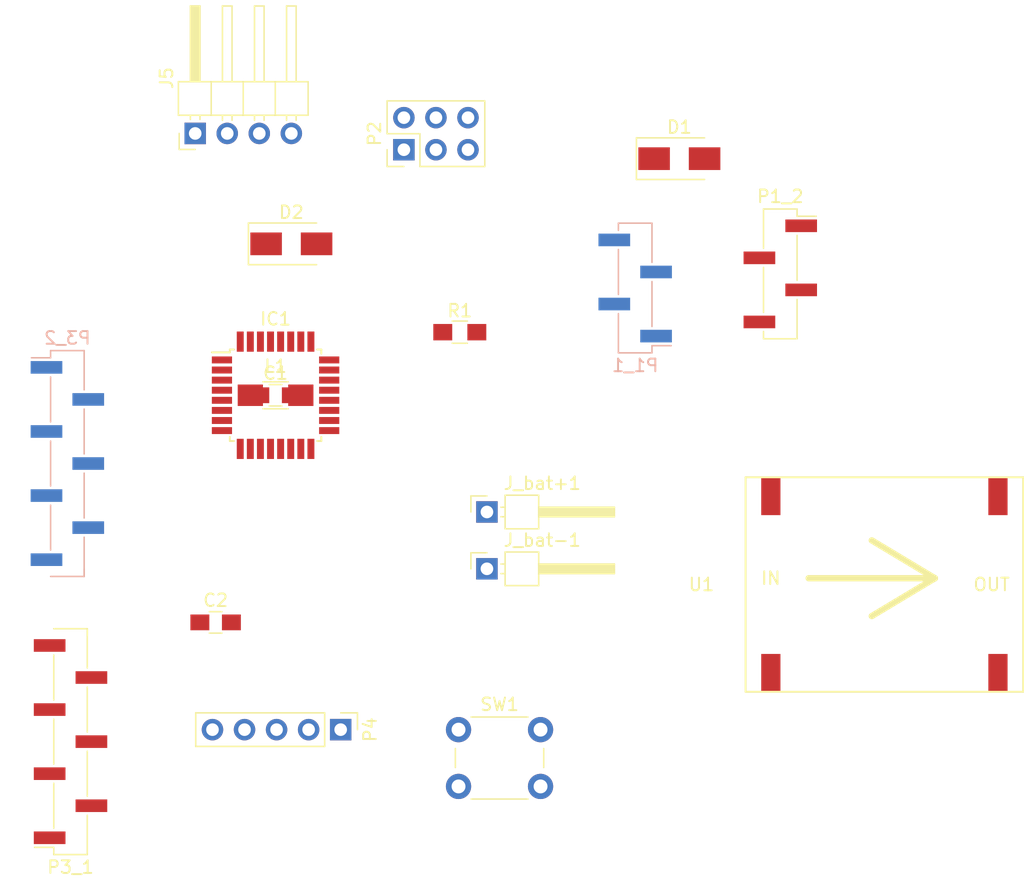
<source format=kicad_pcb>
(kicad_pcb (version 4) (host pcbnew 4.0.7)

  (general
    (links 58)
    (no_connects 57)
    (area 0 0 0 0)
    (thickness 1.6)
    (drawings 0)
    (tracks 0)
    (zones 0)
    (modules 18)
    (nets 34)
  )

  (page A4)
  (layers
    (0 F.Cu signal)
    (31 B.Cu signal)
    (32 B.Adhes user)
    (33 F.Adhes user)
    (34 B.Paste user)
    (35 F.Paste user)
    (36 B.SilkS user)
    (37 F.SilkS user)
    (38 B.Mask user)
    (39 F.Mask user)
    (40 Dwgs.User user)
    (41 Cmts.User user)
    (42 Eco1.User user)
    (43 Eco2.User user)
    (44 Edge.Cuts user)
    (45 Margin user)
    (46 B.CrtYd user)
    (47 F.CrtYd user)
    (48 B.Fab user)
    (49 F.Fab user)
  )

  (setup
    (last_trace_width 0.25)
    (trace_clearance 0.2)
    (zone_clearance 0.508)
    (zone_45_only no)
    (trace_min 0.2)
    (segment_width 0.2)
    (edge_width 0.15)
    (via_size 0.6)
    (via_drill 0.4)
    (via_min_size 0.4)
    (via_min_drill 0.3)
    (uvia_size 0.3)
    (uvia_drill 0.1)
    (uvias_allowed no)
    (uvia_min_size 0.2)
    (uvia_min_drill 0.1)
    (pcb_text_width 0.3)
    (pcb_text_size 1.5 1.5)
    (mod_edge_width 0.15)
    (mod_text_size 1 1)
    (mod_text_width 0.15)
    (pad_size 1.524 1.524)
    (pad_drill 0.762)
    (pad_to_mask_clearance 0.2)
    (aux_axis_origin 0 0)
    (visible_elements FFFFFF7F)
    (pcbplotparams
      (layerselection 0x00030_80000001)
      (usegerberextensions false)
      (excludeedgelayer true)
      (linewidth 0.100000)
      (plotframeref false)
      (viasonmask false)
      (mode 1)
      (useauxorigin false)
      (hpglpennumber 1)
      (hpglpenspeed 20)
      (hpglpendiameter 15)
      (hpglpenoverlay 2)
      (psnegative false)
      (psa4output false)
      (plotreference true)
      (plotvalue true)
      (plotinvisibletext false)
      (padsonsilk false)
      (subtractmaskfromsilk false)
      (outputformat 1)
      (mirror false)
      (drillshape 1)
      (scaleselection 1)
      (outputdirectory ""))
  )

  (net 0 "")
  (net 1 /MCU_RESET)
  (net 2 /DTR)
  (net 3 VCC)
  (net 4 /VCC_ISP)
  (net 5 /VCC_SER)
  (net 6 /I2C_SDA)
  (net 7 /I2C_SCL)
  (net 8 GND)
  (net 9 "Net-(J_bat+1-Pad1)")
  (net 10 /GPIO_PB0)
  (net 11 /ISP_SCK)
  (net 12 /ISP_MOSI)
  (net 13 /GPIO_PB1)
  (net 14 /ISP_MISO)
  (net 15 /GPIO_PD2_INT0)
  (net 16 /ADC7)
  (net 17 /GPIO_PB7)
  (net 18 /GPIO_PD6)
  (net 19 /GPIO_PD5)
  (net 20 /GPIO_PD4)
  (net 21 /ADC6)
  (net 22 /GPIO_PC3)
  (net 23 /GPIO_PC2)
  (net 24 "Net-(P3_2-Pad3)")
  (net 25 /ADC0)
  (net 26 /ADC1)
  (net 27 /TXD)
  (net 28 /RXD)
  (net 29 "Net-(C1-Pad1)")
  (net 30 /GPIO_PD3_INT1)
  (net 31 /GPIO_PB6)
  (net 32 /GPIO_PD7)
  (net 33 /SPI_SS)

  (net_class Default "This is the default net class."
    (clearance 0.2)
    (trace_width 0.25)
    (via_dia 0.6)
    (via_drill 0.4)
    (uvia_dia 0.3)
    (uvia_drill 0.1)
    (add_net /ADC0)
    (add_net /ADC1)
    (add_net /ADC6)
    (add_net /ADC7)
    (add_net /DTR)
    (add_net /GPIO_PB0)
    (add_net /GPIO_PB1)
    (add_net /GPIO_PB6)
    (add_net /GPIO_PB7)
    (add_net /GPIO_PC2)
    (add_net /GPIO_PC3)
    (add_net /GPIO_PD2_INT0)
    (add_net /GPIO_PD3_INT1)
    (add_net /GPIO_PD4)
    (add_net /GPIO_PD5)
    (add_net /GPIO_PD6)
    (add_net /GPIO_PD7)
    (add_net /I2C_SCL)
    (add_net /I2C_SDA)
    (add_net /ISP_MISO)
    (add_net /ISP_MOSI)
    (add_net /ISP_SCK)
    (add_net /MCU_RESET)
    (add_net /RXD)
    (add_net /SPI_SS)
    (add_net /TXD)
    (add_net /VCC_ISP)
    (add_net /VCC_SER)
    (add_net GND)
    (add_net "Net-(C1-Pad1)")
    (add_net "Net-(J_bat+1-Pad1)")
    (add_net "Net-(P3_2-Pad3)")
    (add_net VCC)
  )

  (module Capacitors_SMD:C_0805_HandSoldering (layer F.Cu) (tedit 58AA84A8) (tstamp 5A08251F)
    (at 127 109.25)
    (descr "Capacitor SMD 0805, hand soldering")
    (tags "capacitor 0805")
    (path /59FCCF6B)
    (attr smd)
    (fp_text reference C2 (at 0 -1.75) (layer F.SilkS)
      (effects (font (size 1 1) (thickness 0.15)))
    )
    (fp_text value 0.1uF (at 0 1.75) (layer F.Fab)
      (effects (font (size 1 1) (thickness 0.15)))
    )
    (fp_text user %R (at 0 -1.75) (layer F.Fab)
      (effects (font (size 1 1) (thickness 0.15)))
    )
    (fp_line (start -1 0.62) (end -1 -0.62) (layer F.Fab) (width 0.1))
    (fp_line (start 1 0.62) (end -1 0.62) (layer F.Fab) (width 0.1))
    (fp_line (start 1 -0.62) (end 1 0.62) (layer F.Fab) (width 0.1))
    (fp_line (start -1 -0.62) (end 1 -0.62) (layer F.Fab) (width 0.1))
    (fp_line (start 0.5 -0.85) (end -0.5 -0.85) (layer F.SilkS) (width 0.12))
    (fp_line (start -0.5 0.85) (end 0.5 0.85) (layer F.SilkS) (width 0.12))
    (fp_line (start -2.25 -0.88) (end 2.25 -0.88) (layer F.CrtYd) (width 0.05))
    (fp_line (start -2.25 -0.88) (end -2.25 0.87) (layer F.CrtYd) (width 0.05))
    (fp_line (start 2.25 0.87) (end 2.25 -0.88) (layer F.CrtYd) (width 0.05))
    (fp_line (start 2.25 0.87) (end -2.25 0.87) (layer F.CrtYd) (width 0.05))
    (pad 1 smd rect (at -1.25 0) (size 1.5 1.25) (layers F.Cu F.Paste F.Mask)
      (net 1 /MCU_RESET))
    (pad 2 smd rect (at 1.25 0) (size 1.5 1.25) (layers F.Cu F.Paste F.Mask)
      (net 2 /DTR))
    (model Capacitors_SMD.3dshapes/C_0805.wrl
      (at (xyz 0 0 0))
      (scale (xyz 1 1 1))
      (rotate (xyz 0 0 0))
    )
  )

  (module Pin_Headers:Pin_Header_Angled_1x04_Pitch2.54mm (layer F.Cu) (tedit 59650532) (tstamp 5A08259C)
    (at 125.38 70.5 90)
    (descr "Through hole angled pin header, 1x04, 2.54mm pitch, 6mm pin length, single row")
    (tags "Through hole angled pin header THT 1x04 2.54mm single row")
    (path /59FCED03)
    (fp_text reference J5 (at 4.385 -2.27 90) (layer F.SilkS)
      (effects (font (size 1 1) (thickness 0.15)))
    )
    (fp_text value Conn_DISP (at 4.385 9.89 90) (layer F.Fab)
      (effects (font (size 1 1) (thickness 0.15)))
    )
    (fp_line (start 2.135 -1.27) (end 4.04 -1.27) (layer F.Fab) (width 0.1))
    (fp_line (start 4.04 -1.27) (end 4.04 8.89) (layer F.Fab) (width 0.1))
    (fp_line (start 4.04 8.89) (end 1.5 8.89) (layer F.Fab) (width 0.1))
    (fp_line (start 1.5 8.89) (end 1.5 -0.635) (layer F.Fab) (width 0.1))
    (fp_line (start 1.5 -0.635) (end 2.135 -1.27) (layer F.Fab) (width 0.1))
    (fp_line (start -0.32 -0.32) (end 1.5 -0.32) (layer F.Fab) (width 0.1))
    (fp_line (start -0.32 -0.32) (end -0.32 0.32) (layer F.Fab) (width 0.1))
    (fp_line (start -0.32 0.32) (end 1.5 0.32) (layer F.Fab) (width 0.1))
    (fp_line (start 4.04 -0.32) (end 10.04 -0.32) (layer F.Fab) (width 0.1))
    (fp_line (start 10.04 -0.32) (end 10.04 0.32) (layer F.Fab) (width 0.1))
    (fp_line (start 4.04 0.32) (end 10.04 0.32) (layer F.Fab) (width 0.1))
    (fp_line (start -0.32 2.22) (end 1.5 2.22) (layer F.Fab) (width 0.1))
    (fp_line (start -0.32 2.22) (end -0.32 2.86) (layer F.Fab) (width 0.1))
    (fp_line (start -0.32 2.86) (end 1.5 2.86) (layer F.Fab) (width 0.1))
    (fp_line (start 4.04 2.22) (end 10.04 2.22) (layer F.Fab) (width 0.1))
    (fp_line (start 10.04 2.22) (end 10.04 2.86) (layer F.Fab) (width 0.1))
    (fp_line (start 4.04 2.86) (end 10.04 2.86) (layer F.Fab) (width 0.1))
    (fp_line (start -0.32 4.76) (end 1.5 4.76) (layer F.Fab) (width 0.1))
    (fp_line (start -0.32 4.76) (end -0.32 5.4) (layer F.Fab) (width 0.1))
    (fp_line (start -0.32 5.4) (end 1.5 5.4) (layer F.Fab) (width 0.1))
    (fp_line (start 4.04 4.76) (end 10.04 4.76) (layer F.Fab) (width 0.1))
    (fp_line (start 10.04 4.76) (end 10.04 5.4) (layer F.Fab) (width 0.1))
    (fp_line (start 4.04 5.4) (end 10.04 5.4) (layer F.Fab) (width 0.1))
    (fp_line (start -0.32 7.3) (end 1.5 7.3) (layer F.Fab) (width 0.1))
    (fp_line (start -0.32 7.3) (end -0.32 7.94) (layer F.Fab) (width 0.1))
    (fp_line (start -0.32 7.94) (end 1.5 7.94) (layer F.Fab) (width 0.1))
    (fp_line (start 4.04 7.3) (end 10.04 7.3) (layer F.Fab) (width 0.1))
    (fp_line (start 10.04 7.3) (end 10.04 7.94) (layer F.Fab) (width 0.1))
    (fp_line (start 4.04 7.94) (end 10.04 7.94) (layer F.Fab) (width 0.1))
    (fp_line (start 1.44 -1.33) (end 1.44 8.95) (layer F.SilkS) (width 0.12))
    (fp_line (start 1.44 8.95) (end 4.1 8.95) (layer F.SilkS) (width 0.12))
    (fp_line (start 4.1 8.95) (end 4.1 -1.33) (layer F.SilkS) (width 0.12))
    (fp_line (start 4.1 -1.33) (end 1.44 -1.33) (layer F.SilkS) (width 0.12))
    (fp_line (start 4.1 -0.38) (end 10.1 -0.38) (layer F.SilkS) (width 0.12))
    (fp_line (start 10.1 -0.38) (end 10.1 0.38) (layer F.SilkS) (width 0.12))
    (fp_line (start 10.1 0.38) (end 4.1 0.38) (layer F.SilkS) (width 0.12))
    (fp_line (start 4.1 -0.32) (end 10.1 -0.32) (layer F.SilkS) (width 0.12))
    (fp_line (start 4.1 -0.2) (end 10.1 -0.2) (layer F.SilkS) (width 0.12))
    (fp_line (start 4.1 -0.08) (end 10.1 -0.08) (layer F.SilkS) (width 0.12))
    (fp_line (start 4.1 0.04) (end 10.1 0.04) (layer F.SilkS) (width 0.12))
    (fp_line (start 4.1 0.16) (end 10.1 0.16) (layer F.SilkS) (width 0.12))
    (fp_line (start 4.1 0.28) (end 10.1 0.28) (layer F.SilkS) (width 0.12))
    (fp_line (start 1.11 -0.38) (end 1.44 -0.38) (layer F.SilkS) (width 0.12))
    (fp_line (start 1.11 0.38) (end 1.44 0.38) (layer F.SilkS) (width 0.12))
    (fp_line (start 1.44 1.27) (end 4.1 1.27) (layer F.SilkS) (width 0.12))
    (fp_line (start 4.1 2.16) (end 10.1 2.16) (layer F.SilkS) (width 0.12))
    (fp_line (start 10.1 2.16) (end 10.1 2.92) (layer F.SilkS) (width 0.12))
    (fp_line (start 10.1 2.92) (end 4.1 2.92) (layer F.SilkS) (width 0.12))
    (fp_line (start 1.042929 2.16) (end 1.44 2.16) (layer F.SilkS) (width 0.12))
    (fp_line (start 1.042929 2.92) (end 1.44 2.92) (layer F.SilkS) (width 0.12))
    (fp_line (start 1.44 3.81) (end 4.1 3.81) (layer F.SilkS) (width 0.12))
    (fp_line (start 4.1 4.7) (end 10.1 4.7) (layer F.SilkS) (width 0.12))
    (fp_line (start 10.1 4.7) (end 10.1 5.46) (layer F.SilkS) (width 0.12))
    (fp_line (start 10.1 5.46) (end 4.1 5.46) (layer F.SilkS) (width 0.12))
    (fp_line (start 1.042929 4.7) (end 1.44 4.7) (layer F.SilkS) (width 0.12))
    (fp_line (start 1.042929 5.46) (end 1.44 5.46) (layer F.SilkS) (width 0.12))
    (fp_line (start 1.44 6.35) (end 4.1 6.35) (layer F.SilkS) (width 0.12))
    (fp_line (start 4.1 7.24) (end 10.1 7.24) (layer F.SilkS) (width 0.12))
    (fp_line (start 10.1 7.24) (end 10.1 8) (layer F.SilkS) (width 0.12))
    (fp_line (start 10.1 8) (end 4.1 8) (layer F.SilkS) (width 0.12))
    (fp_line (start 1.042929 7.24) (end 1.44 7.24) (layer F.SilkS) (width 0.12))
    (fp_line (start 1.042929 8) (end 1.44 8) (layer F.SilkS) (width 0.12))
    (fp_line (start -1.27 0) (end -1.27 -1.27) (layer F.SilkS) (width 0.12))
    (fp_line (start -1.27 -1.27) (end 0 -1.27) (layer F.SilkS) (width 0.12))
    (fp_line (start -1.8 -1.8) (end -1.8 9.4) (layer F.CrtYd) (width 0.05))
    (fp_line (start -1.8 9.4) (end 10.55 9.4) (layer F.CrtYd) (width 0.05))
    (fp_line (start 10.55 9.4) (end 10.55 -1.8) (layer F.CrtYd) (width 0.05))
    (fp_line (start 10.55 -1.8) (end -1.8 -1.8) (layer F.CrtYd) (width 0.05))
    (fp_text user %R (at 2.77 3.81 180) (layer F.Fab)
      (effects (font (size 1 1) (thickness 0.15)))
    )
    (pad 1 thru_hole rect (at 0 0 90) (size 1.7 1.7) (drill 1) (layers *.Cu *.Mask)
      (net 3 VCC))
    (pad 2 thru_hole oval (at 0 2.54 90) (size 1.7 1.7) (drill 1) (layers *.Cu *.Mask)
      (net 6 /I2C_SDA))
    (pad 3 thru_hole oval (at 0 5.08 90) (size 1.7 1.7) (drill 1) (layers *.Cu *.Mask)
      (net 7 /I2C_SCL))
    (pad 4 thru_hole oval (at 0 7.62 90) (size 1.7 1.7) (drill 1) (layers *.Cu *.Mask)
      (net 8 GND))
    (model ${KISYS3DMOD}/Pin_Headers.3dshapes/Pin_Header_Angled_1x04_Pitch2.54mm.wrl
      (at (xyz 0 0 0))
      (scale (xyz 1 1 1))
      (rotate (xyz 0 0 0))
    )
  )

  (module Pin_Headers:Pin_Header_Angled_1x01_Pitch2.54mm (layer F.Cu) (tedit 59650532) (tstamp 5A0825C2)
    (at 148.5011 100.5)
    (descr "Through hole angled pin header, 1x01, 2.54mm pitch, 6mm pin length, single row")
    (tags "Through hole angled pin header THT 1x01 2.54mm single row")
    (path /59FC62E7)
    (fp_text reference J_bat+1 (at 4.385 -2.27) (layer F.SilkS)
      (effects (font (size 1 1) (thickness 0.15)))
    )
    (fp_text value Conn_01x01 (at 4.385 2.27) (layer F.Fab)
      (effects (font (size 1 1) (thickness 0.15)))
    )
    (fp_line (start 2.135 -1.27) (end 4.04 -1.27) (layer F.Fab) (width 0.1))
    (fp_line (start 4.04 -1.27) (end 4.04 1.27) (layer F.Fab) (width 0.1))
    (fp_line (start 4.04 1.27) (end 1.5 1.27) (layer F.Fab) (width 0.1))
    (fp_line (start 1.5 1.27) (end 1.5 -0.635) (layer F.Fab) (width 0.1))
    (fp_line (start 1.5 -0.635) (end 2.135 -1.27) (layer F.Fab) (width 0.1))
    (fp_line (start -0.32 -0.32) (end 1.5 -0.32) (layer F.Fab) (width 0.1))
    (fp_line (start -0.32 -0.32) (end -0.32 0.32) (layer F.Fab) (width 0.1))
    (fp_line (start -0.32 0.32) (end 1.5 0.32) (layer F.Fab) (width 0.1))
    (fp_line (start 4.04 -0.32) (end 10.04 -0.32) (layer F.Fab) (width 0.1))
    (fp_line (start 10.04 -0.32) (end 10.04 0.32) (layer F.Fab) (width 0.1))
    (fp_line (start 4.04 0.32) (end 10.04 0.32) (layer F.Fab) (width 0.1))
    (fp_line (start 1.44 -1.33) (end 1.44 1.33) (layer F.SilkS) (width 0.12))
    (fp_line (start 1.44 1.33) (end 4.1 1.33) (layer F.SilkS) (width 0.12))
    (fp_line (start 4.1 1.33) (end 4.1 -1.33) (layer F.SilkS) (width 0.12))
    (fp_line (start 4.1 -1.33) (end 1.44 -1.33) (layer F.SilkS) (width 0.12))
    (fp_line (start 4.1 -0.38) (end 10.1 -0.38) (layer F.SilkS) (width 0.12))
    (fp_line (start 10.1 -0.38) (end 10.1 0.38) (layer F.SilkS) (width 0.12))
    (fp_line (start 10.1 0.38) (end 4.1 0.38) (layer F.SilkS) (width 0.12))
    (fp_line (start 4.1 -0.32) (end 10.1 -0.32) (layer F.SilkS) (width 0.12))
    (fp_line (start 4.1 -0.2) (end 10.1 -0.2) (layer F.SilkS) (width 0.12))
    (fp_line (start 4.1 -0.08) (end 10.1 -0.08) (layer F.SilkS) (width 0.12))
    (fp_line (start 4.1 0.04) (end 10.1 0.04) (layer F.SilkS) (width 0.12))
    (fp_line (start 4.1 0.16) (end 10.1 0.16) (layer F.SilkS) (width 0.12))
    (fp_line (start 4.1 0.28) (end 10.1 0.28) (layer F.SilkS) (width 0.12))
    (fp_line (start 1.11 -0.38) (end 1.44 -0.38) (layer F.SilkS) (width 0.12))
    (fp_line (start 1.11 0.38) (end 1.44 0.38) (layer F.SilkS) (width 0.12))
    (fp_line (start -1.27 0) (end -1.27 -1.27) (layer F.SilkS) (width 0.12))
    (fp_line (start -1.27 -1.27) (end 0 -1.27) (layer F.SilkS) (width 0.12))
    (fp_line (start -1.8 -1.8) (end -1.8 1.8) (layer F.CrtYd) (width 0.05))
    (fp_line (start -1.8 1.8) (end 10.55 1.8) (layer F.CrtYd) (width 0.05))
    (fp_line (start 10.55 1.8) (end 10.55 -1.8) (layer F.CrtYd) (width 0.05))
    (fp_line (start 10.55 -1.8) (end -1.8 -1.8) (layer F.CrtYd) (width 0.05))
    (fp_text user %R (at 2.77 0 90) (layer F.Fab)
      (effects (font (size 1 1) (thickness 0.15)))
    )
    (pad 1 thru_hole rect (at 0 0) (size 1.7 1.7) (drill 1) (layers *.Cu *.Mask)
      (net 9 "Net-(J_bat+1-Pad1)"))
    (model ${KISYS3DMOD}/Pin_Headers.3dshapes/Pin_Header_Angled_1x01_Pitch2.54mm.wrl
      (at (xyz 0 0 0))
      (scale (xyz 1 1 1))
      (rotate (xyz 0 0 0))
    )
  )

  (module Pin_Headers:Pin_Header_Angled_1x01_Pitch2.54mm (layer F.Cu) (tedit 59650532) (tstamp 5A0825E8)
    (at 148.5011 105.0036)
    (descr "Through hole angled pin header, 1x01, 2.54mm pitch, 6mm pin length, single row")
    (tags "Through hole angled pin header THT 1x01 2.54mm single row")
    (path /59FC6DCB)
    (fp_text reference J_bat-1 (at 4.385 -2.27) (layer F.SilkS)
      (effects (font (size 1 1) (thickness 0.15)))
    )
    (fp_text value Conn_01x01 (at 4.385 2.27) (layer F.Fab)
      (effects (font (size 1 1) (thickness 0.15)))
    )
    (fp_line (start 2.135 -1.27) (end 4.04 -1.27) (layer F.Fab) (width 0.1))
    (fp_line (start 4.04 -1.27) (end 4.04 1.27) (layer F.Fab) (width 0.1))
    (fp_line (start 4.04 1.27) (end 1.5 1.27) (layer F.Fab) (width 0.1))
    (fp_line (start 1.5 1.27) (end 1.5 -0.635) (layer F.Fab) (width 0.1))
    (fp_line (start 1.5 -0.635) (end 2.135 -1.27) (layer F.Fab) (width 0.1))
    (fp_line (start -0.32 -0.32) (end 1.5 -0.32) (layer F.Fab) (width 0.1))
    (fp_line (start -0.32 -0.32) (end -0.32 0.32) (layer F.Fab) (width 0.1))
    (fp_line (start -0.32 0.32) (end 1.5 0.32) (layer F.Fab) (width 0.1))
    (fp_line (start 4.04 -0.32) (end 10.04 -0.32) (layer F.Fab) (width 0.1))
    (fp_line (start 10.04 -0.32) (end 10.04 0.32) (layer F.Fab) (width 0.1))
    (fp_line (start 4.04 0.32) (end 10.04 0.32) (layer F.Fab) (width 0.1))
    (fp_line (start 1.44 -1.33) (end 1.44 1.33) (layer F.SilkS) (width 0.12))
    (fp_line (start 1.44 1.33) (end 4.1 1.33) (layer F.SilkS) (width 0.12))
    (fp_line (start 4.1 1.33) (end 4.1 -1.33) (layer F.SilkS) (width 0.12))
    (fp_line (start 4.1 -1.33) (end 1.44 -1.33) (layer F.SilkS) (width 0.12))
    (fp_line (start 4.1 -0.38) (end 10.1 -0.38) (layer F.SilkS) (width 0.12))
    (fp_line (start 10.1 -0.38) (end 10.1 0.38) (layer F.SilkS) (width 0.12))
    (fp_line (start 10.1 0.38) (end 4.1 0.38) (layer F.SilkS) (width 0.12))
    (fp_line (start 4.1 -0.32) (end 10.1 -0.32) (layer F.SilkS) (width 0.12))
    (fp_line (start 4.1 -0.2) (end 10.1 -0.2) (layer F.SilkS) (width 0.12))
    (fp_line (start 4.1 -0.08) (end 10.1 -0.08) (layer F.SilkS) (width 0.12))
    (fp_line (start 4.1 0.04) (end 10.1 0.04) (layer F.SilkS) (width 0.12))
    (fp_line (start 4.1 0.16) (end 10.1 0.16) (layer F.SilkS) (width 0.12))
    (fp_line (start 4.1 0.28) (end 10.1 0.28) (layer F.SilkS) (width 0.12))
    (fp_line (start 1.11 -0.38) (end 1.44 -0.38) (layer F.SilkS) (width 0.12))
    (fp_line (start 1.11 0.38) (end 1.44 0.38) (layer F.SilkS) (width 0.12))
    (fp_line (start -1.27 0) (end -1.27 -1.27) (layer F.SilkS) (width 0.12))
    (fp_line (start -1.27 -1.27) (end 0 -1.27) (layer F.SilkS) (width 0.12))
    (fp_line (start -1.8 -1.8) (end -1.8 1.8) (layer F.CrtYd) (width 0.05))
    (fp_line (start -1.8 1.8) (end 10.55 1.8) (layer F.CrtYd) (width 0.05))
    (fp_line (start 10.55 1.8) (end 10.55 -1.8) (layer F.CrtYd) (width 0.05))
    (fp_line (start 10.55 -1.8) (end -1.8 -1.8) (layer F.CrtYd) (width 0.05))
    (fp_text user %R (at 2.77 0 90) (layer F.Fab)
      (effects (font (size 1 1) (thickness 0.15)))
    )
    (pad 1 thru_hole rect (at 0 0) (size 1.7 1.7) (drill 1) (layers *.Cu *.Mask)
      (net 8 GND))
    (model ${KISYS3DMOD}/Pin_Headers.3dshapes/Pin_Header_Angled_1x01_Pitch2.54mm.wrl
      (at (xyz 0 0 0))
      (scale (xyz 1 1 1))
      (rotate (xyz 0 0 0))
    )
  )

  (module Resistors_SMD:R_0805_HandSoldering (layer F.Cu) (tedit 58E0A804) (tstamp 5A082811)
    (at 146.35 86.25)
    (descr "Resistor SMD 0805, hand soldering")
    (tags "resistor 0805")
    (path /59FCBF82)
    (attr smd)
    (fp_text reference R1 (at 0 -1.7) (layer F.SilkS)
      (effects (font (size 1 1) (thickness 0.15)))
    )
    (fp_text value 10K (at 0 1.75) (layer F.Fab)
      (effects (font (size 1 1) (thickness 0.15)))
    )
    (fp_text user %R (at 0 0) (layer F.Fab)
      (effects (font (size 0.5 0.5) (thickness 0.075)))
    )
    (fp_line (start -1 0.62) (end -1 -0.62) (layer F.Fab) (width 0.1))
    (fp_line (start 1 0.62) (end -1 0.62) (layer F.Fab) (width 0.1))
    (fp_line (start 1 -0.62) (end 1 0.62) (layer F.Fab) (width 0.1))
    (fp_line (start -1 -0.62) (end 1 -0.62) (layer F.Fab) (width 0.1))
    (fp_line (start 0.6 0.88) (end -0.6 0.88) (layer F.SilkS) (width 0.12))
    (fp_line (start -0.6 -0.88) (end 0.6 -0.88) (layer F.SilkS) (width 0.12))
    (fp_line (start -2.35 -0.9) (end 2.35 -0.9) (layer F.CrtYd) (width 0.05))
    (fp_line (start -2.35 -0.9) (end -2.35 0.9) (layer F.CrtYd) (width 0.05))
    (fp_line (start 2.35 0.9) (end 2.35 -0.9) (layer F.CrtYd) (width 0.05))
    (fp_line (start 2.35 0.9) (end -2.35 0.9) (layer F.CrtYd) (width 0.05))
    (pad 1 smd rect (at -1.35 0) (size 1.5 1.3) (layers F.Cu F.Paste F.Mask)
      (net 3 VCC))
    (pad 2 smd rect (at 1.35 0) (size 1.5 1.3) (layers F.Cu F.Paste F.Mask)
      (net 1 /MCU_RESET))
    (model ${KISYS3DMOD}/Resistors_SMD.3dshapes/R_0805.wrl
      (at (xyz 0 0 0))
      (scale (xyz 1 1 1))
      (rotate (xyz 0 0 0))
    )
  )

  (module Buttons_Switches_THT:SW_PUSH_6mm_h13mm (layer F.Cu) (tedit 5923F252) (tstamp 5A082830)
    (at 146.25 117.75)
    (descr "tactile push button, 6x6mm e.g. PHAP33xx series, height=13mm")
    (tags "tact sw push 6mm")
    (path /59FCBDBE)
    (fp_text reference SW1 (at 3.25 -2) (layer F.SilkS)
      (effects (font (size 1 1) (thickness 0.15)))
    )
    (fp_text value SW_DIP_x01 (at 3.75 6.7) (layer F.Fab)
      (effects (font (size 1 1) (thickness 0.15)))
    )
    (fp_text user %R (at 3.25 2.25) (layer F.Fab)
      (effects (font (size 1 1) (thickness 0.15)))
    )
    (fp_line (start 3.25 -0.75) (end 6.25 -0.75) (layer F.Fab) (width 0.1))
    (fp_line (start 6.25 -0.75) (end 6.25 5.25) (layer F.Fab) (width 0.1))
    (fp_line (start 6.25 5.25) (end 0.25 5.25) (layer F.Fab) (width 0.1))
    (fp_line (start 0.25 5.25) (end 0.25 -0.75) (layer F.Fab) (width 0.1))
    (fp_line (start 0.25 -0.75) (end 3.25 -0.75) (layer F.Fab) (width 0.1))
    (fp_line (start 7.75 6) (end 8 6) (layer F.CrtYd) (width 0.05))
    (fp_line (start 8 6) (end 8 5.75) (layer F.CrtYd) (width 0.05))
    (fp_line (start 7.75 -1.5) (end 8 -1.5) (layer F.CrtYd) (width 0.05))
    (fp_line (start 8 -1.5) (end 8 -1.25) (layer F.CrtYd) (width 0.05))
    (fp_line (start -1.5 -1.25) (end -1.5 -1.5) (layer F.CrtYd) (width 0.05))
    (fp_line (start -1.5 -1.5) (end -1.25 -1.5) (layer F.CrtYd) (width 0.05))
    (fp_line (start -1.5 5.75) (end -1.5 6) (layer F.CrtYd) (width 0.05))
    (fp_line (start -1.5 6) (end -1.25 6) (layer F.CrtYd) (width 0.05))
    (fp_line (start -1.25 -1.5) (end 7.75 -1.5) (layer F.CrtYd) (width 0.05))
    (fp_line (start -1.5 5.75) (end -1.5 -1.25) (layer F.CrtYd) (width 0.05))
    (fp_line (start 7.75 6) (end -1.25 6) (layer F.CrtYd) (width 0.05))
    (fp_line (start 8 -1.25) (end 8 5.75) (layer F.CrtYd) (width 0.05))
    (fp_line (start 1 5.5) (end 5.5 5.5) (layer F.SilkS) (width 0.12))
    (fp_line (start -0.25 1.5) (end -0.25 3) (layer F.SilkS) (width 0.12))
    (fp_line (start 5.5 -1) (end 1 -1) (layer F.SilkS) (width 0.12))
    (fp_line (start 6.75 3) (end 6.75 1.5) (layer F.SilkS) (width 0.12))
    (fp_circle (center 3.25 2.25) (end 1.25 2.5) (layer F.Fab) (width 0.1))
    (pad 2 thru_hole circle (at 0 4.5 90) (size 2 2) (drill 1.1) (layers *.Cu *.Mask)
      (net 8 GND))
    (pad 1 thru_hole circle (at 0 0 90) (size 2 2) (drill 1.1) (layers *.Cu *.Mask)
      (net 1 /MCU_RESET))
    (pad 2 thru_hole circle (at 6.5 4.5 90) (size 2 2) (drill 1.1) (layers *.Cu *.Mask)
      (net 8 GND))
    (pad 1 thru_hole circle (at 6.5 0 90) (size 2 2) (drill 1.1) (layers *.Cu *.Mask)
      (net 1 /MCU_RESET))
    (model ${KISYS3DMOD}/Buttons_Switches_THT.3dshapes/SW_PUSH_6mm_h13mm.wrl
      (at (xyz 0.005 0 0))
      (scale (xyz 0.3937 0.3937 0.3937))
      (rotate (xyz 0 0 0))
    )
  )

  (module M88_NRF24_SCH:mp1584_module (layer F.Cu) (tedit 59FC36B8) (tstamp 5A082841)
    (at 169 97.75)
    (path /59FC4BA1)
    (fp_text reference U1 (at -3.5 8.5) (layer F.SilkS)
      (effects (font (size 1 1) (thickness 0.15)))
    )
    (fp_text value mp1584_module (at 0 -6.35) (layer F.Fab)
      (effects (font (size 1 1) (thickness 0.15)))
    )
    (fp_line (start 15 8) (end 10 11) (layer F.SilkS) (width 0.5))
    (fp_line (start 15 8) (end 10 5) (layer F.SilkS) (width 0.5))
    (fp_line (start 5 8) (end 15 8) (layer F.SilkS) (width 0.5))
    (fp_text user OUT (at 19.5 8.5) (layer F.SilkS)
      (effects (font (size 1 1) (thickness 0.15)))
    )
    (fp_text user IN (at 2 8 180) (layer F.SilkS)
      (effects (font (size 1 1) (thickness 0.15)))
    )
    (fp_line (start 0 17) (end 0 0) (layer F.SilkS) (width 0.15))
    (fp_line (start 22 17) (end 0 17) (layer F.SilkS) (width 0.15))
    (fp_line (start 22 0) (end 22 17) (layer F.SilkS) (width 0.15))
    (fp_line (start 0 0) (end 22 0) (layer F.SilkS) (width 0.15))
    (pad 1 smd trapezoid (at 2 1.5) (size 1.524 3) (layers F.Cu F.Paste F.Mask)
      (net 8 GND))
    (pad 2 smd trapezoid (at 2 15.5) (size 1.524 3) (layers F.Cu F.Paste F.Mask)
      (net 9 "Net-(J_bat+1-Pad1)"))
    (pad 3 smd trapezoid (at 20 1.5) (size 1.524 3) (layers F.Cu F.Paste F.Mask)
      (net 8 GND))
    (pad 4 smd trapezoid (at 20 15.5) (size 1.524 3) (layers F.Cu F.Paste F.Mask)
      (net 3 VCC))
  )

  (module Capacitors_SMD:C_0805_HandSoldering (layer F.Cu) (tedit 58AA84A8) (tstamp 5A08AEB6)
    (at 131.75 91.25)
    (descr "Capacitor SMD 0805, hand soldering")
    (tags "capacitor 0805")
    (path /59FC7EE2)
    (attr smd)
    (fp_text reference C1 (at 0 -1.75) (layer F.SilkS)
      (effects (font (size 1 1) (thickness 0.15)))
    )
    (fp_text value 100nF (at 0 1.75) (layer F.Fab)
      (effects (font (size 1 1) (thickness 0.15)))
    )
    (fp_text user %R (at 0 -1.75) (layer F.Fab)
      (effects (font (size 1 1) (thickness 0.15)))
    )
    (fp_line (start -1 0.62) (end -1 -0.62) (layer F.Fab) (width 0.1))
    (fp_line (start 1 0.62) (end -1 0.62) (layer F.Fab) (width 0.1))
    (fp_line (start 1 -0.62) (end 1 0.62) (layer F.Fab) (width 0.1))
    (fp_line (start -1 -0.62) (end 1 -0.62) (layer F.Fab) (width 0.1))
    (fp_line (start 0.5 -0.85) (end -0.5 -0.85) (layer F.SilkS) (width 0.12))
    (fp_line (start -0.5 0.85) (end 0.5 0.85) (layer F.SilkS) (width 0.12))
    (fp_line (start -2.25 -0.88) (end 2.25 -0.88) (layer F.CrtYd) (width 0.05))
    (fp_line (start -2.25 -0.88) (end -2.25 0.87) (layer F.CrtYd) (width 0.05))
    (fp_line (start 2.25 0.87) (end 2.25 -0.88) (layer F.CrtYd) (width 0.05))
    (fp_line (start 2.25 0.87) (end -2.25 0.87) (layer F.CrtYd) (width 0.05))
    (pad 1 smd rect (at -1.25 0) (size 1.5 1.25) (layers F.Cu F.Paste F.Mask)
      (net 29 "Net-(C1-Pad1)"))
    (pad 2 smd rect (at 1.25 0) (size 1.5 1.25) (layers F.Cu F.Paste F.Mask)
      (net 8 GND))
    (model Capacitors_SMD.3dshapes/C_0805.wrl
      (at (xyz 0 0 0))
      (scale (xyz 1 1 1))
      (rotate (xyz 0 0 0))
    )
  )

  (module Inductors_SMD:L_1206_HandSoldering (layer F.Cu) (tedit 58307C0D) (tstamp 5A08AEC7)
    (at 131.75 91.25)
    (descr "Resistor SMD 1206, hand soldering")
    (tags "resistor 1206")
    (path /59FC7E9B)
    (attr smd)
    (fp_text reference L1 (at 0 -2.3) (layer F.SilkS)
      (effects (font (size 1 1) (thickness 0.15)))
    )
    (fp_text value 10uH (at 0 2.3) (layer F.Fab)
      (effects (font (size 1 1) (thickness 0.15)))
    )
    (fp_text user %R (at 0 0) (layer F.Fab)
      (effects (font (size 0.5 0.5) (thickness 0.075)))
    )
    (fp_line (start -1.6 0.8) (end -1.6 -0.8) (layer F.Fab) (width 0.1))
    (fp_line (start 1.6 0.8) (end -1.6 0.8) (layer F.Fab) (width 0.1))
    (fp_line (start 1.6 -0.8) (end 1.6 0.8) (layer F.Fab) (width 0.1))
    (fp_line (start -1.6 -0.8) (end 1.6 -0.8) (layer F.Fab) (width 0.1))
    (fp_line (start -3.3 -1.2) (end 3.3 -1.2) (layer F.CrtYd) (width 0.05))
    (fp_line (start -3.3 1.2) (end 3.3 1.2) (layer F.CrtYd) (width 0.05))
    (fp_line (start -3.3 -1.2) (end -3.3 1.2) (layer F.CrtYd) (width 0.05))
    (fp_line (start 3.3 -1.2) (end 3.3 1.2) (layer F.CrtYd) (width 0.05))
    (fp_line (start 1 1.07) (end -1 1.07) (layer F.SilkS) (width 0.12))
    (fp_line (start -1 -1.07) (end 1 -1.07) (layer F.SilkS) (width 0.12))
    (pad 1 smd rect (at -2 0) (size 2 1.7) (layers F.Cu F.Paste F.Mask)
      (net 29 "Net-(C1-Pad1)"))
    (pad 2 smd rect (at 2 0) (size 2 1.7) (layers F.Cu F.Paste F.Mask)
      (net 3 VCC))
    (model ${KISYS3DMOD}/Inductors_SMD.3dshapes/L_1206.wrl
      (at (xyz 0 0 0))
      (scale (xyz 1 1 1))
      (rotate (xyz 0 0 0))
    )
  )

  (module Housings_QFP:TQFP-32_7x7mm_Pitch0.8mm (layer F.Cu) (tedit 58CC9A48) (tstamp 5A08DFBA)
    (at 131.75 91.25)
    (descr "32-Lead Plastic Thin Quad Flatpack (PT) - 7x7x1.0 mm Body, 2.00 mm [TQFP] (see Microchip Packaging Specification 00000049BS.pdf)")
    (tags "QFP 0.8")
    (path /59F9ED72)
    (attr smd)
    (fp_text reference IC1 (at 0 -6.05) (layer F.SilkS)
      (effects (font (size 1 1) (thickness 0.15)))
    )
    (fp_text value ATMEGA88-A (at 0 6.05) (layer F.Fab)
      (effects (font (size 1 1) (thickness 0.15)))
    )
    (fp_text user %R (at 0 0) (layer F.Fab)
      (effects (font (size 1 1) (thickness 0.15)))
    )
    (fp_line (start -2.5 -3.5) (end 3.5 -3.5) (layer F.Fab) (width 0.15))
    (fp_line (start 3.5 -3.5) (end 3.5 3.5) (layer F.Fab) (width 0.15))
    (fp_line (start 3.5 3.5) (end -3.5 3.5) (layer F.Fab) (width 0.15))
    (fp_line (start -3.5 3.5) (end -3.5 -2.5) (layer F.Fab) (width 0.15))
    (fp_line (start -3.5 -2.5) (end -2.5 -3.5) (layer F.Fab) (width 0.15))
    (fp_line (start -5.3 -5.3) (end -5.3 5.3) (layer F.CrtYd) (width 0.05))
    (fp_line (start 5.3 -5.3) (end 5.3 5.3) (layer F.CrtYd) (width 0.05))
    (fp_line (start -5.3 -5.3) (end 5.3 -5.3) (layer F.CrtYd) (width 0.05))
    (fp_line (start -5.3 5.3) (end 5.3 5.3) (layer F.CrtYd) (width 0.05))
    (fp_line (start -3.625 -3.625) (end -3.625 -3.4) (layer F.SilkS) (width 0.15))
    (fp_line (start 3.625 -3.625) (end 3.625 -3.3) (layer F.SilkS) (width 0.15))
    (fp_line (start 3.625 3.625) (end 3.625 3.3) (layer F.SilkS) (width 0.15))
    (fp_line (start -3.625 3.625) (end -3.625 3.3) (layer F.SilkS) (width 0.15))
    (fp_line (start -3.625 -3.625) (end -3.3 -3.625) (layer F.SilkS) (width 0.15))
    (fp_line (start -3.625 3.625) (end -3.3 3.625) (layer F.SilkS) (width 0.15))
    (fp_line (start 3.625 3.625) (end 3.3 3.625) (layer F.SilkS) (width 0.15))
    (fp_line (start 3.625 -3.625) (end 3.3 -3.625) (layer F.SilkS) (width 0.15))
    (fp_line (start -3.625 -3.4) (end -5.05 -3.4) (layer F.SilkS) (width 0.15))
    (pad 1 smd rect (at -4.25 -2.8) (size 1.6 0.55) (layers F.Cu F.Paste F.Mask)
      (net 30 /GPIO_PD3_INT1))
    (pad 2 smd rect (at -4.25 -2) (size 1.6 0.55) (layers F.Cu F.Paste F.Mask)
      (net 20 /GPIO_PD4))
    (pad 3 smd rect (at -4.25 -1.2) (size 1.6 0.55) (layers F.Cu F.Paste F.Mask)
      (net 8 GND))
    (pad 4 smd rect (at -4.25 -0.4) (size 1.6 0.55) (layers F.Cu F.Paste F.Mask)
      (net 3 VCC))
    (pad 5 smd rect (at -4.25 0.4) (size 1.6 0.55) (layers F.Cu F.Paste F.Mask)
      (net 8 GND))
    (pad 6 smd rect (at -4.25 1.2) (size 1.6 0.55) (layers F.Cu F.Paste F.Mask)
      (net 3 VCC))
    (pad 7 smd rect (at -4.25 2) (size 1.6 0.55) (layers F.Cu F.Paste F.Mask)
      (net 31 /GPIO_PB6))
    (pad 8 smd rect (at -4.25 2.8) (size 1.6 0.55) (layers F.Cu F.Paste F.Mask)
      (net 17 /GPIO_PB7))
    (pad 9 smd rect (at -2.8 4.25 90) (size 1.6 0.55) (layers F.Cu F.Paste F.Mask)
      (net 19 /GPIO_PD5))
    (pad 10 smd rect (at -2 4.25 90) (size 1.6 0.55) (layers F.Cu F.Paste F.Mask)
      (net 18 /GPIO_PD6))
    (pad 11 smd rect (at -1.2 4.25 90) (size 1.6 0.55) (layers F.Cu F.Paste F.Mask)
      (net 32 /GPIO_PD7))
    (pad 12 smd rect (at -0.4 4.25 90) (size 1.6 0.55) (layers F.Cu F.Paste F.Mask)
      (net 10 /GPIO_PB0))
    (pad 13 smd rect (at 0.4 4.25 90) (size 1.6 0.55) (layers F.Cu F.Paste F.Mask)
      (net 13 /GPIO_PB1))
    (pad 14 smd rect (at 1.2 4.25 90) (size 1.6 0.55) (layers F.Cu F.Paste F.Mask)
      (net 33 /SPI_SS))
    (pad 15 smd rect (at 2 4.25 90) (size 1.6 0.55) (layers F.Cu F.Paste F.Mask)
      (net 14 /ISP_MISO))
    (pad 16 smd rect (at 2.8 4.25 90) (size 1.6 0.55) (layers F.Cu F.Paste F.Mask)
      (net 12 /ISP_MOSI))
    (pad 17 smd rect (at 4.25 2.8) (size 1.6 0.55) (layers F.Cu F.Paste F.Mask)
      (net 11 /ISP_SCK))
    (pad 18 smd rect (at 4.25 2) (size 1.6 0.55) (layers F.Cu F.Paste F.Mask)
      (net 29 "Net-(C1-Pad1)"))
    (pad 19 smd rect (at 4.25 1.2) (size 1.6 0.55) (layers F.Cu F.Paste F.Mask)
      (net 21 /ADC6))
    (pad 20 smd rect (at 4.25 0.4) (size 1.6 0.55) (layers F.Cu F.Paste F.Mask)
      (net 29 "Net-(C1-Pad1)"))
    (pad 21 smd rect (at 4.25 -0.4) (size 1.6 0.55) (layers F.Cu F.Paste F.Mask)
      (net 8 GND))
    (pad 22 smd rect (at 4.25 -1.2) (size 1.6 0.55) (layers F.Cu F.Paste F.Mask)
      (net 16 /ADC7))
    (pad 23 smd rect (at 4.25 -2) (size 1.6 0.55) (layers F.Cu F.Paste F.Mask)
      (net 25 /ADC0))
    (pad 24 smd rect (at 4.25 -2.8) (size 1.6 0.55) (layers F.Cu F.Paste F.Mask)
      (net 26 /ADC1))
    (pad 25 smd rect (at 2.8 -4.25 90) (size 1.6 0.55) (layers F.Cu F.Paste F.Mask)
      (net 23 /GPIO_PC2))
    (pad 26 smd rect (at 2 -4.25 90) (size 1.6 0.55) (layers F.Cu F.Paste F.Mask)
      (net 22 /GPIO_PC3))
    (pad 27 smd rect (at 1.2 -4.25 90) (size 1.6 0.55) (layers F.Cu F.Paste F.Mask)
      (net 6 /I2C_SDA))
    (pad 28 smd rect (at 0.4 -4.25 90) (size 1.6 0.55) (layers F.Cu F.Paste F.Mask)
      (net 7 /I2C_SCL))
    (pad 29 smd rect (at -0.4 -4.25 90) (size 1.6 0.55) (layers F.Cu F.Paste F.Mask)
      (net 1 /MCU_RESET))
    (pad 30 smd rect (at -1.2 -4.25 90) (size 1.6 0.55) (layers F.Cu F.Paste F.Mask)
      (net 28 /RXD))
    (pad 31 smd rect (at -2 -4.25 90) (size 1.6 0.55) (layers F.Cu F.Paste F.Mask)
      (net 27 /TXD))
    (pad 32 smd rect (at -2.8 -4.25 90) (size 1.6 0.55) (layers F.Cu F.Paste F.Mask)
      (net 15 /GPIO_PD2_INT0))
    (model ${KISYS3DMOD}/Housings_QFP.3dshapes/TQFP-32_7x7mm_Pitch0.8mm.wrl
      (at (xyz 0 0 0))
      (scale (xyz 1 1 1))
      (rotate (xyz 0 0 0))
    )
  )

  (module Pin_Headers:Pin_Header_Straight_1x04_Pitch2.54mm_SMD_Pin1Right (layer B.Cu) (tedit 59650532) (tstamp 5A11A3D8)
    (at 160.25 82.75)
    (descr "surface-mounted straight pin header, 1x04, 2.54mm pitch, single row, style 2 (pin 1 right)")
    (tags "Surface mounted pin header SMD 1x04 2.54mm single row style2 pin1 right")
    (path /59FA1760)
    (attr smd)
    (fp_text reference P1_1 (at 0 6.14) (layer B.SilkS)
      (effects (font (size 1 1) (thickness 0.15)) (justify mirror))
    )
    (fp_text value NRF_CONN_P1 (at 0 -6.14) (layer B.Fab)
      (effects (font (size 1 1) (thickness 0.15)) (justify mirror))
    )
    (fp_line (start 1.27 -5.08) (end -1.27 -5.08) (layer B.Fab) (width 0.1))
    (fp_line (start -1.27 5.08) (end 0.32 5.08) (layer B.Fab) (width 0.1))
    (fp_line (start 1.27 -5.08) (end 1.27 4.13) (layer B.Fab) (width 0.1))
    (fp_line (start 1.27 4.13) (end 0.32 5.08) (layer B.Fab) (width 0.1))
    (fp_line (start -1.27 5.08) (end -1.27 -5.08) (layer B.Fab) (width 0.1))
    (fp_line (start -1.27 1.59) (end -2.54 1.59) (layer B.Fab) (width 0.1))
    (fp_line (start -2.54 1.59) (end -2.54 0.95) (layer B.Fab) (width 0.1))
    (fp_line (start -2.54 0.95) (end -1.27 0.95) (layer B.Fab) (width 0.1))
    (fp_line (start -1.27 -3.49) (end -2.54 -3.49) (layer B.Fab) (width 0.1))
    (fp_line (start -2.54 -3.49) (end -2.54 -4.13) (layer B.Fab) (width 0.1))
    (fp_line (start -2.54 -4.13) (end -1.27 -4.13) (layer B.Fab) (width 0.1))
    (fp_line (start 1.27 4.13) (end 2.54 4.13) (layer B.Fab) (width 0.1))
    (fp_line (start 2.54 4.13) (end 2.54 3.49) (layer B.Fab) (width 0.1))
    (fp_line (start 2.54 3.49) (end 1.27 3.49) (layer B.Fab) (width 0.1))
    (fp_line (start 1.27 -0.95) (end 2.54 -0.95) (layer B.Fab) (width 0.1))
    (fp_line (start 2.54 -0.95) (end 2.54 -1.59) (layer B.Fab) (width 0.1))
    (fp_line (start 2.54 -1.59) (end 1.27 -1.59) (layer B.Fab) (width 0.1))
    (fp_line (start -1.33 5.14) (end 1.33 5.14) (layer B.SilkS) (width 0.12))
    (fp_line (start -1.33 -5.14) (end 1.33 -5.14) (layer B.SilkS) (width 0.12))
    (fp_line (start 1.33 3.05) (end 1.33 -0.51) (layer B.SilkS) (width 0.12))
    (fp_line (start 1.33 -2.03) (end 1.33 -5.14) (layer B.SilkS) (width 0.12))
    (fp_line (start -1.33 5.14) (end -1.33 2.03) (layer B.SilkS) (width 0.12))
    (fp_line (start 1.33 4.57) (end 2.85 4.57) (layer B.SilkS) (width 0.12))
    (fp_line (start 1.33 5.14) (end 1.33 4.57) (layer B.SilkS) (width 0.12))
    (fp_line (start -1.33 -4.57) (end -1.33 -5.14) (layer B.SilkS) (width 0.12))
    (fp_line (start -1.33 0.51) (end -1.33 -3.05) (layer B.SilkS) (width 0.12))
    (fp_line (start -3.45 5.6) (end -3.45 -5.6) (layer B.CrtYd) (width 0.05))
    (fp_line (start -3.45 -5.6) (end 3.45 -5.6) (layer B.CrtYd) (width 0.05))
    (fp_line (start 3.45 -5.6) (end 3.45 5.6) (layer B.CrtYd) (width 0.05))
    (fp_line (start 3.45 5.6) (end -3.45 5.6) (layer B.CrtYd) (width 0.05))
    (fp_text user %R (at 0 0 270) (layer B.Fab)
      (effects (font (size 1 1) (thickness 0.15)) (justify mirror))
    )
    (pad 2 smd rect (at -1.655 1.27) (size 2.51 1) (layers B.Cu B.Paste B.Mask)
      (net 10 /GPIO_PB0))
    (pad 4 smd rect (at -1.655 -3.81) (size 2.51 1) (layers B.Cu B.Paste B.Mask)
      (net 12 /ISP_MOSI))
    (pad 1 smd rect (at 1.655 3.81) (size 2.51 1) (layers B.Cu B.Paste B.Mask)
      (net 8 GND))
    (pad 3 smd rect (at 1.655 -1.27) (size 2.51 1) (layers B.Cu B.Paste B.Mask)
      (net 11 /ISP_SCK))
    (model ${KISYS3DMOD}/Pin_Headers.3dshapes/Pin_Header_Straight_1x04_Pitch2.54mm_SMD_Pin1Right.wrl
      (at (xyz 0 0 0))
      (scale (xyz 1 1 1))
      (rotate (xyz 0 0 0))
    )
  )

  (module Pin_Headers:Pin_Header_Straight_1x04_Pitch2.54mm_SMD_Pin1Right (layer F.Cu) (tedit 59650532) (tstamp 5A11A3FE)
    (at 171.75 81.63)
    (descr "surface-mounted straight pin header, 1x04, 2.54mm pitch, single row, style 2 (pin 1 right)")
    (tags "Surface mounted pin header SMD 1x04 2.54mm single row style2 pin1 right")
    (path /59FA1945)
    (attr smd)
    (fp_text reference P1_2 (at 0 -6.14) (layer F.SilkS)
      (effects (font (size 1 1) (thickness 0.15)))
    )
    (fp_text value NRF_CONN_P2 (at 0 6.14) (layer F.Fab)
      (effects (font (size 1 1) (thickness 0.15)))
    )
    (fp_line (start 1.27 5.08) (end -1.27 5.08) (layer F.Fab) (width 0.1))
    (fp_line (start -1.27 -5.08) (end 0.32 -5.08) (layer F.Fab) (width 0.1))
    (fp_line (start 1.27 5.08) (end 1.27 -4.13) (layer F.Fab) (width 0.1))
    (fp_line (start 1.27 -4.13) (end 0.32 -5.08) (layer F.Fab) (width 0.1))
    (fp_line (start -1.27 -5.08) (end -1.27 5.08) (layer F.Fab) (width 0.1))
    (fp_line (start -1.27 -1.59) (end -2.54 -1.59) (layer F.Fab) (width 0.1))
    (fp_line (start -2.54 -1.59) (end -2.54 -0.95) (layer F.Fab) (width 0.1))
    (fp_line (start -2.54 -0.95) (end -1.27 -0.95) (layer F.Fab) (width 0.1))
    (fp_line (start -1.27 3.49) (end -2.54 3.49) (layer F.Fab) (width 0.1))
    (fp_line (start -2.54 3.49) (end -2.54 4.13) (layer F.Fab) (width 0.1))
    (fp_line (start -2.54 4.13) (end -1.27 4.13) (layer F.Fab) (width 0.1))
    (fp_line (start 1.27 -4.13) (end 2.54 -4.13) (layer F.Fab) (width 0.1))
    (fp_line (start 2.54 -4.13) (end 2.54 -3.49) (layer F.Fab) (width 0.1))
    (fp_line (start 2.54 -3.49) (end 1.27 -3.49) (layer F.Fab) (width 0.1))
    (fp_line (start 1.27 0.95) (end 2.54 0.95) (layer F.Fab) (width 0.1))
    (fp_line (start 2.54 0.95) (end 2.54 1.59) (layer F.Fab) (width 0.1))
    (fp_line (start 2.54 1.59) (end 1.27 1.59) (layer F.Fab) (width 0.1))
    (fp_line (start -1.33 -5.14) (end 1.33 -5.14) (layer F.SilkS) (width 0.12))
    (fp_line (start -1.33 5.14) (end 1.33 5.14) (layer F.SilkS) (width 0.12))
    (fp_line (start 1.33 -3.05) (end 1.33 0.51) (layer F.SilkS) (width 0.12))
    (fp_line (start 1.33 2.03) (end 1.33 5.14) (layer F.SilkS) (width 0.12))
    (fp_line (start -1.33 -5.14) (end -1.33 -2.03) (layer F.SilkS) (width 0.12))
    (fp_line (start 1.33 -4.57) (end 2.85 -4.57) (layer F.SilkS) (width 0.12))
    (fp_line (start 1.33 -5.14) (end 1.33 -4.57) (layer F.SilkS) (width 0.12))
    (fp_line (start -1.33 4.57) (end -1.33 5.14) (layer F.SilkS) (width 0.12))
    (fp_line (start -1.33 -0.51) (end -1.33 3.05) (layer F.SilkS) (width 0.12))
    (fp_line (start -3.45 -5.6) (end -3.45 5.6) (layer F.CrtYd) (width 0.05))
    (fp_line (start -3.45 5.6) (end 3.45 5.6) (layer F.CrtYd) (width 0.05))
    (fp_line (start 3.45 5.6) (end 3.45 -5.6) (layer F.CrtYd) (width 0.05))
    (fp_line (start 3.45 -5.6) (end -3.45 -5.6) (layer F.CrtYd) (width 0.05))
    (fp_text user %R (at 0 0 90) (layer F.Fab)
      (effects (font (size 1 1) (thickness 0.15)))
    )
    (pad 2 smd rect (at -1.655 -1.27) (size 2.51 1) (layers F.Cu F.Paste F.Mask)
      (net 13 /GPIO_PB1))
    (pad 4 smd rect (at -1.655 3.81) (size 2.51 1) (layers F.Cu F.Paste F.Mask)
      (net 15 /GPIO_PD2_INT0))
    (pad 1 smd rect (at 1.655 -3.81) (size 2.51 1) (layers F.Cu F.Paste F.Mask)
      (net 3 VCC))
    (pad 3 smd rect (at 1.655 1.27) (size 2.51 1) (layers F.Cu F.Paste F.Mask)
      (net 14 /ISP_MISO))
    (model ${KISYS3DMOD}/Pin_Headers.3dshapes/Pin_Header_Straight_1x04_Pitch2.54mm_SMD_Pin1Right.wrl
      (at (xyz 0 0 0))
      (scale (xyz 1 1 1))
      (rotate (xyz 0 0 0))
    )
  )

  (module Pin_Headers:Pin_Header_Straight_1x07_Pitch2.54mm_SMD_Pin1Right (layer F.Cu) (tedit 59650532) (tstamp 5A11A424)
    (at 115.5 118.7 180)
    (descr "surface-mounted straight pin header, 1x07, 2.54mm pitch, single row, style 2 (pin 1 right)")
    (tags "Surface mounted pin header SMD 1x07 2.54mm single row style2 pin1 right")
    (path /59F9F550)
    (attr smd)
    (fp_text reference P3_1 (at 0 -9.95 180) (layer F.SilkS)
      (effects (font (size 1 1) (thickness 0.15)))
    )
    (fp_text value Remote_CONN (at 0 9.95 180) (layer F.Fab)
      (effects (font (size 1 1) (thickness 0.15)))
    )
    (fp_line (start 1.27 8.89) (end -1.27 8.89) (layer F.Fab) (width 0.1))
    (fp_line (start -1.27 -8.89) (end 0.32 -8.89) (layer F.Fab) (width 0.1))
    (fp_line (start 1.27 8.89) (end 1.27 -7.94) (layer F.Fab) (width 0.1))
    (fp_line (start 1.27 -7.94) (end 0.32 -8.89) (layer F.Fab) (width 0.1))
    (fp_line (start -1.27 -8.89) (end -1.27 8.89) (layer F.Fab) (width 0.1))
    (fp_line (start -1.27 -5.4) (end -2.54 -5.4) (layer F.Fab) (width 0.1))
    (fp_line (start -2.54 -5.4) (end -2.54 -4.76) (layer F.Fab) (width 0.1))
    (fp_line (start -2.54 -4.76) (end -1.27 -4.76) (layer F.Fab) (width 0.1))
    (fp_line (start -1.27 -0.32) (end -2.54 -0.32) (layer F.Fab) (width 0.1))
    (fp_line (start -2.54 -0.32) (end -2.54 0.32) (layer F.Fab) (width 0.1))
    (fp_line (start -2.54 0.32) (end -1.27 0.32) (layer F.Fab) (width 0.1))
    (fp_line (start -1.27 4.76) (end -2.54 4.76) (layer F.Fab) (width 0.1))
    (fp_line (start -2.54 4.76) (end -2.54 5.4) (layer F.Fab) (width 0.1))
    (fp_line (start -2.54 5.4) (end -1.27 5.4) (layer F.Fab) (width 0.1))
    (fp_line (start 1.27 -7.94) (end 2.54 -7.94) (layer F.Fab) (width 0.1))
    (fp_line (start 2.54 -7.94) (end 2.54 -7.3) (layer F.Fab) (width 0.1))
    (fp_line (start 2.54 -7.3) (end 1.27 -7.3) (layer F.Fab) (width 0.1))
    (fp_line (start 1.27 -2.86) (end 2.54 -2.86) (layer F.Fab) (width 0.1))
    (fp_line (start 2.54 -2.86) (end 2.54 -2.22) (layer F.Fab) (width 0.1))
    (fp_line (start 2.54 -2.22) (end 1.27 -2.22) (layer F.Fab) (width 0.1))
    (fp_line (start 1.27 2.22) (end 2.54 2.22) (layer F.Fab) (width 0.1))
    (fp_line (start 2.54 2.22) (end 2.54 2.86) (layer F.Fab) (width 0.1))
    (fp_line (start 2.54 2.86) (end 1.27 2.86) (layer F.Fab) (width 0.1))
    (fp_line (start 1.27 7.3) (end 2.54 7.3) (layer F.Fab) (width 0.1))
    (fp_line (start 2.54 7.3) (end 2.54 7.94) (layer F.Fab) (width 0.1))
    (fp_line (start 2.54 7.94) (end 1.27 7.94) (layer F.Fab) (width 0.1))
    (fp_line (start -1.33 -8.95) (end 1.33 -8.95) (layer F.SilkS) (width 0.12))
    (fp_line (start -1.33 8.95) (end 1.33 8.95) (layer F.SilkS) (width 0.12))
    (fp_line (start 1.33 -6.86) (end 1.33 -3.3) (layer F.SilkS) (width 0.12))
    (fp_line (start 1.33 -1.78) (end 1.33 1.78) (layer F.SilkS) (width 0.12))
    (fp_line (start 1.33 3.3) (end 1.33 6.86) (layer F.SilkS) (width 0.12))
    (fp_line (start -1.33 -8.95) (end -1.33 -5.84) (layer F.SilkS) (width 0.12))
    (fp_line (start 1.33 -8.38) (end 2.85 -8.38) (layer F.SilkS) (width 0.12))
    (fp_line (start 1.33 -8.95) (end 1.33 -8.38) (layer F.SilkS) (width 0.12))
    (fp_line (start -1.33 8.38) (end -1.33 8.95) (layer F.SilkS) (width 0.12))
    (fp_line (start -1.33 -4.32) (end -1.33 -0.76) (layer F.SilkS) (width 0.12))
    (fp_line (start -1.33 0.76) (end -1.33 4.32) (layer F.SilkS) (width 0.12))
    (fp_line (start -1.33 5.84) (end -1.33 8.95) (layer F.SilkS) (width 0.12))
    (fp_line (start -3.45 -9.4) (end -3.45 9.4) (layer F.CrtYd) (width 0.05))
    (fp_line (start -3.45 9.4) (end 3.45 9.4) (layer F.CrtYd) (width 0.05))
    (fp_line (start 3.45 9.4) (end 3.45 -9.4) (layer F.CrtYd) (width 0.05))
    (fp_line (start 3.45 -9.4) (end -3.45 -9.4) (layer F.CrtYd) (width 0.05))
    (fp_text user %R (at 0 0 270) (layer F.Fab)
      (effects (font (size 1 1) (thickness 0.15)))
    )
    (pad 2 smd rect (at -1.655 -5.08 180) (size 2.51 1) (layers F.Cu F.Paste F.Mask)
      (net 17 /GPIO_PB7))
    (pad 4 smd rect (at -1.655 0 180) (size 2.51 1) (layers F.Cu F.Paste F.Mask)
      (net 18 /GPIO_PD6))
    (pad 6 smd rect (at -1.655 5.08 180) (size 2.51 1) (layers F.Cu F.Paste F.Mask)
      (net 20 /GPIO_PD4))
    (pad 1 smd rect (at 1.655 -7.62 180) (size 2.51 1) (layers F.Cu F.Paste F.Mask)
      (net 16 /ADC7))
    (pad 3 smd rect (at 1.655 -2.54 180) (size 2.51 1) (layers F.Cu F.Paste F.Mask)
      (net 18 /GPIO_PD6))
    (pad 5 smd rect (at 1.655 2.54 180) (size 2.51 1) (layers F.Cu F.Paste F.Mask)
      (net 19 /GPIO_PD5))
    (pad 7 smd rect (at 1.655 7.62 180) (size 2.51 1) (layers F.Cu F.Paste F.Mask)
      (net 21 /ADC6))
    (model ${KISYS3DMOD}/Pin_Headers.3dshapes/Pin_Header_Straight_1x07_Pitch2.54mm_SMD_Pin1Right.wrl
      (at (xyz 0 0 0))
      (scale (xyz 1 1 1))
      (rotate (xyz 0 0 0))
    )
  )

  (module Pin_Headers:Pin_Header_Straight_1x07_Pitch2.54mm_SMD_Pin1Right (layer B.Cu) (tedit 59650532) (tstamp 5A11A459)
    (at 115.25 96.66 180)
    (descr "surface-mounted straight pin header, 1x07, 2.54mm pitch, single row, style 2 (pin 1 right)")
    (tags "Surface mounted pin header SMD 1x07 2.54mm single row style2 pin1 right")
    (path /59FC3CF5)
    (attr smd)
    (fp_text reference P3_2 (at 0 9.95 180) (layer B.SilkS)
      (effects (font (size 1 1) (thickness 0.15)) (justify mirror))
    )
    (fp_text value Remote_CONN (at 0 -9.95 180) (layer B.Fab)
      (effects (font (size 1 1) (thickness 0.15)) (justify mirror))
    )
    (fp_line (start 1.27 -8.89) (end -1.27 -8.89) (layer B.Fab) (width 0.1))
    (fp_line (start -1.27 8.89) (end 0.32 8.89) (layer B.Fab) (width 0.1))
    (fp_line (start 1.27 -8.89) (end 1.27 7.94) (layer B.Fab) (width 0.1))
    (fp_line (start 1.27 7.94) (end 0.32 8.89) (layer B.Fab) (width 0.1))
    (fp_line (start -1.27 8.89) (end -1.27 -8.89) (layer B.Fab) (width 0.1))
    (fp_line (start -1.27 5.4) (end -2.54 5.4) (layer B.Fab) (width 0.1))
    (fp_line (start -2.54 5.4) (end -2.54 4.76) (layer B.Fab) (width 0.1))
    (fp_line (start -2.54 4.76) (end -1.27 4.76) (layer B.Fab) (width 0.1))
    (fp_line (start -1.27 0.32) (end -2.54 0.32) (layer B.Fab) (width 0.1))
    (fp_line (start -2.54 0.32) (end -2.54 -0.32) (layer B.Fab) (width 0.1))
    (fp_line (start -2.54 -0.32) (end -1.27 -0.32) (layer B.Fab) (width 0.1))
    (fp_line (start -1.27 -4.76) (end -2.54 -4.76) (layer B.Fab) (width 0.1))
    (fp_line (start -2.54 -4.76) (end -2.54 -5.4) (layer B.Fab) (width 0.1))
    (fp_line (start -2.54 -5.4) (end -1.27 -5.4) (layer B.Fab) (width 0.1))
    (fp_line (start 1.27 7.94) (end 2.54 7.94) (layer B.Fab) (width 0.1))
    (fp_line (start 2.54 7.94) (end 2.54 7.3) (layer B.Fab) (width 0.1))
    (fp_line (start 2.54 7.3) (end 1.27 7.3) (layer B.Fab) (width 0.1))
    (fp_line (start 1.27 2.86) (end 2.54 2.86) (layer B.Fab) (width 0.1))
    (fp_line (start 2.54 2.86) (end 2.54 2.22) (layer B.Fab) (width 0.1))
    (fp_line (start 2.54 2.22) (end 1.27 2.22) (layer B.Fab) (width 0.1))
    (fp_line (start 1.27 -2.22) (end 2.54 -2.22) (layer B.Fab) (width 0.1))
    (fp_line (start 2.54 -2.22) (end 2.54 -2.86) (layer B.Fab) (width 0.1))
    (fp_line (start 2.54 -2.86) (end 1.27 -2.86) (layer B.Fab) (width 0.1))
    (fp_line (start 1.27 -7.3) (end 2.54 -7.3) (layer B.Fab) (width 0.1))
    (fp_line (start 2.54 -7.3) (end 2.54 -7.94) (layer B.Fab) (width 0.1))
    (fp_line (start 2.54 -7.94) (end 1.27 -7.94) (layer B.Fab) (width 0.1))
    (fp_line (start -1.33 8.95) (end 1.33 8.95) (layer B.SilkS) (width 0.12))
    (fp_line (start -1.33 -8.95) (end 1.33 -8.95) (layer B.SilkS) (width 0.12))
    (fp_line (start 1.33 6.86) (end 1.33 3.3) (layer B.SilkS) (width 0.12))
    (fp_line (start 1.33 1.78) (end 1.33 -1.78) (layer B.SilkS) (width 0.12))
    (fp_line (start 1.33 -3.3) (end 1.33 -6.86) (layer B.SilkS) (width 0.12))
    (fp_line (start -1.33 8.95) (end -1.33 5.84) (layer B.SilkS) (width 0.12))
    (fp_line (start 1.33 8.38) (end 2.85 8.38) (layer B.SilkS) (width 0.12))
    (fp_line (start 1.33 8.95) (end 1.33 8.38) (layer B.SilkS) (width 0.12))
    (fp_line (start -1.33 -8.38) (end -1.33 -8.95) (layer B.SilkS) (width 0.12))
    (fp_line (start -1.33 4.32) (end -1.33 0.76) (layer B.SilkS) (width 0.12))
    (fp_line (start -1.33 -0.76) (end -1.33 -4.32) (layer B.SilkS) (width 0.12))
    (fp_line (start -1.33 -5.84) (end -1.33 -8.95) (layer B.SilkS) (width 0.12))
    (fp_line (start -3.45 9.4) (end -3.45 -9.4) (layer B.CrtYd) (width 0.05))
    (fp_line (start -3.45 -9.4) (end 3.45 -9.4) (layer B.CrtYd) (width 0.05))
    (fp_line (start 3.45 -9.4) (end 3.45 9.4) (layer B.CrtYd) (width 0.05))
    (fp_line (start 3.45 9.4) (end -3.45 9.4) (layer B.CrtYd) (width 0.05))
    (fp_text user %R (at 0 0 450) (layer B.Fab)
      (effects (font (size 1 1) (thickness 0.15)) (justify mirror))
    )
    (pad 2 smd rect (at -1.655 5.08 180) (size 2.51 1) (layers B.Cu B.Paste B.Mask)
      (net 23 /GPIO_PC2))
    (pad 4 smd rect (at -1.655 0 180) (size 2.51 1) (layers B.Cu B.Paste B.Mask)
      (net 25 /ADC0))
    (pad 6 smd rect (at -1.655 -5.08 180) (size 2.51 1) (layers B.Cu B.Paste B.Mask)
      (net 8 GND))
    (pad 1 smd rect (at 1.655 7.62 180) (size 2.51 1) (layers B.Cu B.Paste B.Mask)
      (net 22 /GPIO_PC3))
    (pad 3 smd rect (at 1.655 2.54 180) (size 2.51 1) (layers B.Cu B.Paste B.Mask)
      (net 24 "Net-(P3_2-Pad3)"))
    (pad 5 smd rect (at 1.655 -2.54 180) (size 2.51 1) (layers B.Cu B.Paste B.Mask)
      (net 26 /ADC1))
    (pad 7 smd rect (at 1.655 -7.62 180) (size 2.51 1) (layers B.Cu B.Paste B.Mask)
      (net 3 VCC))
    (model ${KISYS3DMOD}/Pin_Headers.3dshapes/Pin_Header_Straight_1x07_Pitch2.54mm_SMD_Pin1Right.wrl
      (at (xyz 0 0 0))
      (scale (xyz 1 1 1))
      (rotate (xyz 0 0 0))
    )
  )

  (module Diodes_SMD:D_SMA (layer F.Cu) (tedit 586432E5) (tstamp 5A1473CE)
    (at 163.75 72.5)
    (descr "Diode SMA (DO-214AC)")
    (tags "Diode SMA (DO-214AC)")
    (path /59FB861D)
    (attr smd)
    (fp_text reference D1 (at 0 -2.5) (layer F.SilkS)
      (effects (font (size 1 1) (thickness 0.15)))
    )
    (fp_text value D (at 0 2.6) (layer F.Fab)
      (effects (font (size 1 1) (thickness 0.15)))
    )
    (fp_text user %R (at 0 -2.5) (layer F.Fab)
      (effects (font (size 1 1) (thickness 0.15)))
    )
    (fp_line (start -3.4 -1.65) (end -3.4 1.65) (layer F.SilkS) (width 0.12))
    (fp_line (start 2.3 1.5) (end -2.3 1.5) (layer F.Fab) (width 0.1))
    (fp_line (start -2.3 1.5) (end -2.3 -1.5) (layer F.Fab) (width 0.1))
    (fp_line (start 2.3 -1.5) (end 2.3 1.5) (layer F.Fab) (width 0.1))
    (fp_line (start 2.3 -1.5) (end -2.3 -1.5) (layer F.Fab) (width 0.1))
    (fp_line (start -3.5 -1.75) (end 3.5 -1.75) (layer F.CrtYd) (width 0.05))
    (fp_line (start 3.5 -1.75) (end 3.5 1.75) (layer F.CrtYd) (width 0.05))
    (fp_line (start 3.5 1.75) (end -3.5 1.75) (layer F.CrtYd) (width 0.05))
    (fp_line (start -3.5 1.75) (end -3.5 -1.75) (layer F.CrtYd) (width 0.05))
    (fp_line (start -0.64944 0.00102) (end -1.55114 0.00102) (layer F.Fab) (width 0.1))
    (fp_line (start 0.50118 0.00102) (end 1.4994 0.00102) (layer F.Fab) (width 0.1))
    (fp_line (start -0.64944 -0.79908) (end -0.64944 0.80112) (layer F.Fab) (width 0.1))
    (fp_line (start 0.50118 0.75032) (end 0.50118 -0.79908) (layer F.Fab) (width 0.1))
    (fp_line (start -0.64944 0.00102) (end 0.50118 0.75032) (layer F.Fab) (width 0.1))
    (fp_line (start -0.64944 0.00102) (end 0.50118 -0.79908) (layer F.Fab) (width 0.1))
    (fp_line (start -3.4 1.65) (end 2 1.65) (layer F.SilkS) (width 0.12))
    (fp_line (start -3.4 -1.65) (end 2 -1.65) (layer F.SilkS) (width 0.12))
    (pad 1 smd rect (at -2 0) (size 2.5 1.8) (layers F.Cu F.Paste F.Mask)
      (net 3 VCC))
    (pad 2 smd rect (at 2 0) (size 2.5 1.8) (layers F.Cu F.Paste F.Mask)
      (net 4 /VCC_ISP))
    (model ${KISYS3DMOD}/Diodes_SMD.3dshapes/D_SMA.wrl
      (at (xyz 0 0 0))
      (scale (xyz 1 1 1))
      (rotate (xyz 0 0 0))
    )
  )

  (module Diodes_SMD:D_SMA (layer F.Cu) (tedit 586432E5) (tstamp 5A1473E5)
    (at 133 79.25)
    (descr "Diode SMA (DO-214AC)")
    (tags "Diode SMA (DO-214AC)")
    (path /59FB867C)
    (attr smd)
    (fp_text reference D2 (at 0 -2.5) (layer F.SilkS)
      (effects (font (size 1 1) (thickness 0.15)))
    )
    (fp_text value D (at 0 2.6) (layer F.Fab)
      (effects (font (size 1 1) (thickness 0.15)))
    )
    (fp_text user %R (at 0 -2.5) (layer F.Fab)
      (effects (font (size 1 1) (thickness 0.15)))
    )
    (fp_line (start -3.4 -1.65) (end -3.4 1.65) (layer F.SilkS) (width 0.12))
    (fp_line (start 2.3 1.5) (end -2.3 1.5) (layer F.Fab) (width 0.1))
    (fp_line (start -2.3 1.5) (end -2.3 -1.5) (layer F.Fab) (width 0.1))
    (fp_line (start 2.3 -1.5) (end 2.3 1.5) (layer F.Fab) (width 0.1))
    (fp_line (start 2.3 -1.5) (end -2.3 -1.5) (layer F.Fab) (width 0.1))
    (fp_line (start -3.5 -1.75) (end 3.5 -1.75) (layer F.CrtYd) (width 0.05))
    (fp_line (start 3.5 -1.75) (end 3.5 1.75) (layer F.CrtYd) (width 0.05))
    (fp_line (start 3.5 1.75) (end -3.5 1.75) (layer F.CrtYd) (width 0.05))
    (fp_line (start -3.5 1.75) (end -3.5 -1.75) (layer F.CrtYd) (width 0.05))
    (fp_line (start -0.64944 0.00102) (end -1.55114 0.00102) (layer F.Fab) (width 0.1))
    (fp_line (start 0.50118 0.00102) (end 1.4994 0.00102) (layer F.Fab) (width 0.1))
    (fp_line (start -0.64944 -0.79908) (end -0.64944 0.80112) (layer F.Fab) (width 0.1))
    (fp_line (start 0.50118 0.75032) (end 0.50118 -0.79908) (layer F.Fab) (width 0.1))
    (fp_line (start -0.64944 0.00102) (end 0.50118 0.75032) (layer F.Fab) (width 0.1))
    (fp_line (start -0.64944 0.00102) (end 0.50118 -0.79908) (layer F.Fab) (width 0.1))
    (fp_line (start -3.4 1.65) (end 2 1.65) (layer F.SilkS) (width 0.12))
    (fp_line (start -3.4 -1.65) (end 2 -1.65) (layer F.SilkS) (width 0.12))
    (pad 1 smd rect (at -2 0) (size 2.5 1.8) (layers F.Cu F.Paste F.Mask)
      (net 3 VCC))
    (pad 2 smd rect (at 2 0) (size 2.5 1.8) (layers F.Cu F.Paste F.Mask)
      (net 5 /VCC_SER))
    (model ${KISYS3DMOD}/Diodes_SMD.3dshapes/D_SMA.wrl
      (at (xyz 0 0 0))
      (scale (xyz 1 1 1))
      (rotate (xyz 0 0 0))
    )
  )

  (module Pin_Headers:Pin_Header_Straight_2x03_Pitch2.54mm (layer F.Cu) (tedit 59650532) (tstamp 5A1A0A29)
    (at 141.92 71.79 90)
    (descr "Through hole straight pin header, 2x03, 2.54mm pitch, double rows")
    (tags "Through hole pin header THT 2x03 2.54mm double row")
    (path /59F9F39C)
    (fp_text reference P2 (at 1.27 -2.33 90) (layer F.SilkS)
      (effects (font (size 1 1) (thickness 0.15)))
    )
    (fp_text value ISP_CON (at 1.27 7.41 90) (layer F.Fab)
      (effects (font (size 1 1) (thickness 0.15)))
    )
    (fp_line (start 0 -1.27) (end 3.81 -1.27) (layer F.Fab) (width 0.1))
    (fp_line (start 3.81 -1.27) (end 3.81 6.35) (layer F.Fab) (width 0.1))
    (fp_line (start 3.81 6.35) (end -1.27 6.35) (layer F.Fab) (width 0.1))
    (fp_line (start -1.27 6.35) (end -1.27 0) (layer F.Fab) (width 0.1))
    (fp_line (start -1.27 0) (end 0 -1.27) (layer F.Fab) (width 0.1))
    (fp_line (start -1.33 6.41) (end 3.87 6.41) (layer F.SilkS) (width 0.12))
    (fp_line (start -1.33 1.27) (end -1.33 6.41) (layer F.SilkS) (width 0.12))
    (fp_line (start 3.87 -1.33) (end 3.87 6.41) (layer F.SilkS) (width 0.12))
    (fp_line (start -1.33 1.27) (end 1.27 1.27) (layer F.SilkS) (width 0.12))
    (fp_line (start 1.27 1.27) (end 1.27 -1.33) (layer F.SilkS) (width 0.12))
    (fp_line (start 1.27 -1.33) (end 3.87 -1.33) (layer F.SilkS) (width 0.12))
    (fp_line (start -1.33 0) (end -1.33 -1.33) (layer F.SilkS) (width 0.12))
    (fp_line (start -1.33 -1.33) (end 0 -1.33) (layer F.SilkS) (width 0.12))
    (fp_line (start -1.8 -1.8) (end -1.8 6.85) (layer F.CrtYd) (width 0.05))
    (fp_line (start -1.8 6.85) (end 4.35 6.85) (layer F.CrtYd) (width 0.05))
    (fp_line (start 4.35 6.85) (end 4.35 -1.8) (layer F.CrtYd) (width 0.05))
    (fp_line (start 4.35 -1.8) (end -1.8 -1.8) (layer F.CrtYd) (width 0.05))
    (fp_text user %R (at 1.27 2.54 180) (layer F.Fab)
      (effects (font (size 1 1) (thickness 0.15)))
    )
    (pad 1 thru_hole rect (at 0 0 90) (size 1.7 1.7) (drill 1) (layers *.Cu *.Mask)
      (net 14 /ISP_MISO))
    (pad 2 thru_hole oval (at 2.54 0 90) (size 1.7 1.7) (drill 1) (layers *.Cu *.Mask)
      (net 4 /VCC_ISP))
    (pad 3 thru_hole oval (at 0 2.54 90) (size 1.7 1.7) (drill 1) (layers *.Cu *.Mask)
      (net 11 /ISP_SCK))
    (pad 4 thru_hole oval (at 2.54 2.54 90) (size 1.7 1.7) (drill 1) (layers *.Cu *.Mask)
      (net 12 /ISP_MOSI))
    (pad 5 thru_hole oval (at 0 5.08 90) (size 1.7 1.7) (drill 1) (layers *.Cu *.Mask)
      (net 1 /MCU_RESET))
    (pad 6 thru_hole oval (at 2.54 5.08 90) (size 1.7 1.7) (drill 1) (layers *.Cu *.Mask)
      (net 8 GND))
    (model ${KISYS3DMOD}/Pin_Headers.3dshapes/Pin_Header_Straight_2x03_Pitch2.54mm.wrl
      (at (xyz 0 0 0))
      (scale (xyz 1 1 1))
      (rotate (xyz 0 0 0))
    )
  )

  (module Pin_Headers:Pin_Header_Straight_1x05_Pitch2.54mm (layer F.Cu) (tedit 59650532) (tstamp 5A1A0A44)
    (at 136.91 117.75 270)
    (descr "Through hole straight pin header, 1x05, 2.54mm pitch, single row")
    (tags "Through hole pin header THT 1x05 2.54mm single row")
    (path /59FB732A)
    (fp_text reference P4 (at 0 -2.33 270) (layer F.SilkS)
      (effects (font (size 1 1) (thickness 0.15)))
    )
    (fp_text value SERIAL_PORT (at 0 12.49 270) (layer F.Fab)
      (effects (font (size 1 1) (thickness 0.15)))
    )
    (fp_line (start -0.635 -1.27) (end 1.27 -1.27) (layer F.Fab) (width 0.1))
    (fp_line (start 1.27 -1.27) (end 1.27 11.43) (layer F.Fab) (width 0.1))
    (fp_line (start 1.27 11.43) (end -1.27 11.43) (layer F.Fab) (width 0.1))
    (fp_line (start -1.27 11.43) (end -1.27 -0.635) (layer F.Fab) (width 0.1))
    (fp_line (start -1.27 -0.635) (end -0.635 -1.27) (layer F.Fab) (width 0.1))
    (fp_line (start -1.33 11.49) (end 1.33 11.49) (layer F.SilkS) (width 0.12))
    (fp_line (start -1.33 1.27) (end -1.33 11.49) (layer F.SilkS) (width 0.12))
    (fp_line (start 1.33 1.27) (end 1.33 11.49) (layer F.SilkS) (width 0.12))
    (fp_line (start -1.33 1.27) (end 1.33 1.27) (layer F.SilkS) (width 0.12))
    (fp_line (start -1.33 0) (end -1.33 -1.33) (layer F.SilkS) (width 0.12))
    (fp_line (start -1.33 -1.33) (end 0 -1.33) (layer F.SilkS) (width 0.12))
    (fp_line (start -1.8 -1.8) (end -1.8 11.95) (layer F.CrtYd) (width 0.05))
    (fp_line (start -1.8 11.95) (end 1.8 11.95) (layer F.CrtYd) (width 0.05))
    (fp_line (start 1.8 11.95) (end 1.8 -1.8) (layer F.CrtYd) (width 0.05))
    (fp_line (start 1.8 -1.8) (end -1.8 -1.8) (layer F.CrtYd) (width 0.05))
    (fp_text user %R (at 0 5.08 360) (layer F.Fab)
      (effects (font (size 1 1) (thickness 0.15)))
    )
    (pad 1 thru_hole rect (at 0 0 270) (size 1.7 1.7) (drill 1) (layers *.Cu *.Mask)
      (net 5 /VCC_SER))
    (pad 2 thru_hole oval (at 0 2.54 270) (size 1.7 1.7) (drill 1) (layers *.Cu *.Mask)
      (net 27 /TXD))
    (pad 3 thru_hole oval (at 0 5.08 270) (size 1.7 1.7) (drill 1) (layers *.Cu *.Mask)
      (net 28 /RXD))
    (pad 4 thru_hole oval (at 0 7.62 270) (size 1.7 1.7) (drill 1) (layers *.Cu *.Mask)
      (net 2 /DTR))
    (pad 5 thru_hole oval (at 0 10.16 270) (size 1.7 1.7) (drill 1) (layers *.Cu *.Mask)
      (net 8 GND))
    (model ${KISYS3DMOD}/Pin_Headers.3dshapes/Pin_Header_Straight_1x05_Pitch2.54mm.wrl
      (at (xyz 0 0 0))
      (scale (xyz 1 1 1))
      (rotate (xyz 0 0 0))
    )
  )

)

</source>
